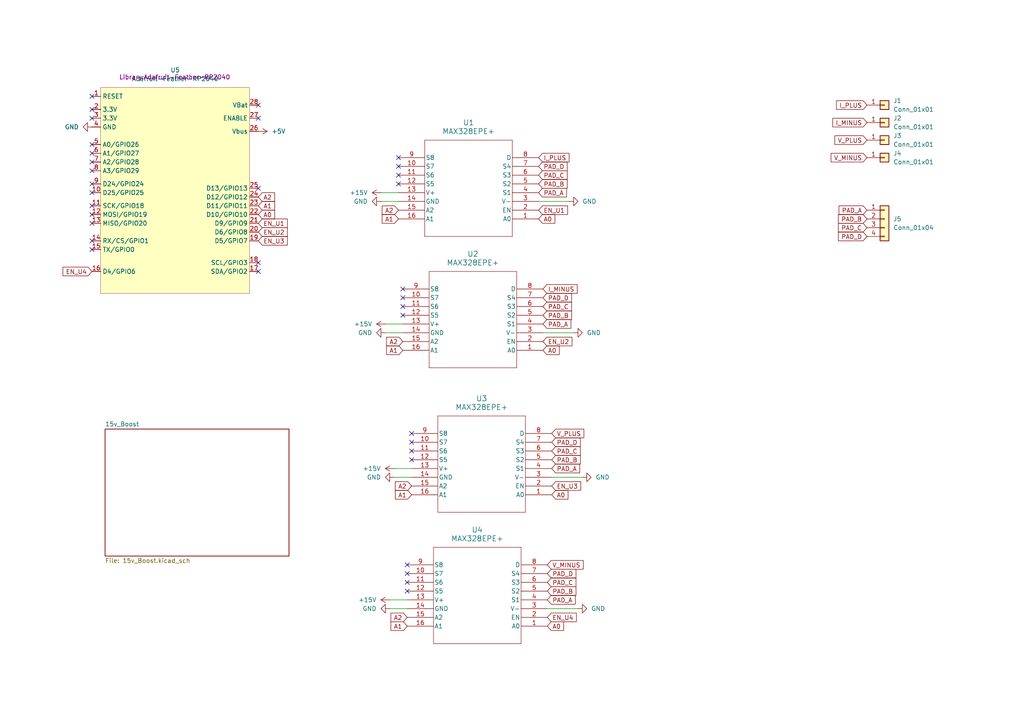
<source format=kicad_sch>
(kicad_sch (version 20250114) (generator "eeschema") (generator_version "9.0")
  (paper "A4")
  (lib_symbols
    (symbol "2025-11-18_23-52-10:MAX328EPE+" (pin_names (offset 0.254))
      (property "Reference" "U" (at 20.32 10.16 0))
      (property "Value" "MAX328EPE+" (at 20.32 7.62 0))
      (symbol "MAX328EPE+_0_1"
        (polyline (pts (xy 7.62 5.08) (xy 7.62 -22.86)) (stroke (width 0.127)))
        (polyline (pts (xy 7.62 -22.86) (xy 33.02 -22.86)) (stroke (width 0.127)))
        (polyline (pts (xy 33.02 5.08) (xy 7.62 5.08)) (stroke (width 0.127)))
        (polyline (pts (xy 33.02 -22.86) (xy 33.02 5.08)) (stroke (width 0.127)))
        (pin input line (at 0 0 0) (length 7.62) (name "A0") (number "1"))
        (pin unspecified line (at 0 -2.54 0) (length 7.62) (name "EN") (number "2"))
        (pin input line (at 0 -5.08 0) (length 7.62) (name "V-") (number "3"))
        (pin input line (at 0 -7.62 0) (length 7.62) (name "S1") (number "4"))
        (pin input line (at 0 -10.16 0) (length 7.62) (name "S2") (number "5"))
        (pin input line (at 0 -12.7 0) (length 7.62) (name "S3") (number "6"))
        (pin bidirectional line (at 0 -15.24 0) (length 7.62) (name "S4") (number "7"))
        (pin unspecified line (at 0 -17.78 0) (length 7.62) (name "D") (number "8"))
        (pin input line (at 40.64 0 180) (length 7.62) (name "A1") (number "16"))
        (pin input line (at 40.64 -2.54 180) (length 7.62) (name "A2") (number "15"))
        (pin power_out line (at 40.64 -5.08 180) (length 7.62) (name "GND") (number "14"))
        (pin input line (at 40.64 -7.62 180) (length 7.62) (name "V+") (number "13"))
        (pin input line (at 40.64 -10.16 180) (length 7.62) (name "S5") (number "12"))
        (pin input line (at 40.64 -12.7 180) (length 7.62) (name "S6") (number "11"))
        (pin input line (at 40.64 -15.24 180) (length 7.62) (name "S7") (number "10"))
        (pin input line (at 40.64 -17.78 180) (length 7.62) (name "S8") (number "9"))
      )
    )
    (symbol "Adafruit-Feather-RP2040:Adafruit-Feather-RP2040"
      (property "Reference" "U" (at -0.127 33.528 0))
      (property "Value" "Adafruit-Feather-RP2040" (at 0 31.75 0))
      (symbol "Adafruit-Feather-RP2040_0_1"
        (rectangle (start -21.59 30.48) (end 21.59 -29.21) (stroke (width 0.001)) (fill (type background)))
      )
      (symbol "Adafruit-Feather-RP2040_1_1"
        (pin input line (at -24.13 27.94 0) (length 2.54) (name "RESET") (number "1"))
        (pin power_out line (at -24.13 24.13 0) (length 2.54) (name "3.3V") (number "2"))
        (pin power_out line (at -24.13 21.59 0) (length 2.54) (name "3.3V") (number "3"))
        (pin power_out line (at -24.13 19.05 0) (length 2.54) (name "GND") (number "4"))
        (pin bidirectional line (at -24.13 13.97 0) (length 2.54) (name "A0/GPIO26") (number "5"))
        (pin bidirectional line (at -24.13 11.43 0) (length 2.54) (name "A1/GPIO27") (number "6"))
        (pin bidirectional line (at -24.13 8.89 0) (length 2.54) (name "A2/GPIO28") (number "7"))
        (pin bidirectional line (at -24.13 6.35 0) (length 2.54) (name "A3/GPIO29") (number "8"))
        (pin bidirectional line (at -24.13 2.54 0) (length 2.54) (name "D24/GPIO24") (number "9"))
        (pin bidirectional line (at -24.13 0 0) (length 2.54) (name "D25/GPIO25") (number "10"))
        (pin bidirectional line (at -24.13 -3.81 0) (length 2.54) (name "SCK/GPIO18") (number "11"))
        (pin bidirectional line (at -24.13 -6.35 0) (length 2.54) (name "MOSI/GPIO19") (number "12"))
        (pin bidirectional line (at -24.13 -8.89 0) (length 2.54) (name "MISO/GPIO20") (number "13"))
        (pin bidirectional line (at -24.13 -13.97 0) (length 2.54) (name "RX/CS/GPIO1") (number "14"))
        (pin bidirectional line (at -24.13 -16.51 0) (length 2.54) (name "TX/GPIO0") (number "15"))
        (pin bidirectional line (at -24.13 -22.86 0) (length 2.54) (name "D4/GPIO6") (number "16"))
        (pin input line (at 24.13 25.4 180) (length 2.54) (name "VBat") (number "28"))
        (pin input line (at 24.13 21.59 180) (length 2.54) (name "ENABLE") (number "27"))
        (pin power_out line (at 24.13 17.78 180) (length 2.54) (name "Vbus") (number "26"))
        (pin bidirectional line (at 24.13 1.27 180) (length 2.54) (name "D13/GPIO13") (number "25"))
        (pin bidirectional line (at 24.13 -1.27 180) (length 2.54) (name "D12/GPIO12") (number "24"))
        (pin bidirectional line (at 24.13 -3.81 180) (length 2.54) (name "D11/GPIO11") (number "23"))
        (pin bidirectional line (at 24.13 -6.35 180) (length 2.54) (name "D10/GPIO10") (number "22"))
        (pin bidirectional line (at 24.13 -8.89 180) (length 2.54) (name "D9/GPIO9") (number "21"))
        (pin bidirectional line (at 24.13 -11.43 180) (length 2.54) (name "D6/GPIO8") (number "20"))
        (pin bidirectional line (at 24.13 -13.97 180) (length 2.54) (name "D5/GPIO7") (number "19"))
        (pin bidirectional line (at 24.13 -20.32 180) (length 2.54) (name "SCL/GPIO3") (number "18"))
        (pin bidirectional line (at 24.13 -22.86 180) (length 2.54) (name "SDA/GPIO2") (number "17"))
      )
    )
    (symbol "Connector_Generic:Conn_01x01" (pin_names (offset 1.016) (hide yes))
      (property "Reference" "J" (at 0 2.54 0))
      (property "Value" "Conn_01x01" (at 0 -2.54 0))
      (symbol "Conn_01x01_1_1"
        (rectangle (start -1.27 1.27) (end 1.27 -1.27) (stroke (width 0.254)) (fill (type background)))
        (rectangle (start -1.27 0.127) (end 0 -0.127) (stroke (width 0.1524)))
        (pin passive line (at -5.08 0 0) (length 3.81) (name "Pin_1") (number "1"))
      )
    )
    (symbol "Connector_Generic:Conn_01x04" (pin_names (offset 1.016) (hide yes))
      (property "Reference" "J" (at 0 5.08 0))
      (property "Value" "Conn_01x04" (at 0 -7.62 0))
      (symbol "Conn_01x04_1_1"
        (rectangle (start -1.27 3.81) (end 1.27 -6.35) (stroke (width 0.254)) (fill (type background)))
        (rectangle (start -1.27 2.667) (end 0 2.413) (stroke (width 0.1524)))
        (rectangle (start -1.27 0.127) (end 0 -0.127) (stroke (width 0.1524)))
        (rectangle (start -1.27 -2.413) (end 0 -2.667) (stroke (width 0.1524)))
        (rectangle (start -1.27 -4.953) (end 0 -5.207) (stroke (width 0.1524)))
        (pin passive line (at -5.08 2.54 0) (length 3.81) (name "Pin_1") (number "1"))
        (pin passive line (at -5.08 0 0) (length 3.81) (name "Pin_2") (number "2"))
        (pin passive line (at -5.08 -2.54 0) (length 3.81) (name "Pin_3") (number "3"))
        (pin passive line (at -5.08 -5.08 0) (length 3.81) (name "Pin_4") (number "4"))
      )
    )
    (symbol "power:+15V" (power) (pin_numbers (hide yes)) (pin_names (offset 0) (hide yes))
      (property "Value" "+15V" (at 0 3.556 0))
      (symbol "+15V_0_1"
        (polyline (pts (xy -0.762 1.27) (xy 0 2.54)))
        (polyline (pts (xy 0 2.54) (xy 0.762 1.27)))
        (polyline (pts (xy 0 0) (xy 0 2.54)))
      )
      (symbol "+15V_1_1"
        (pin power_in line (at 0 0 90) (length 0) (name "~") (number "1"))
      )
    )
    (symbol "power:+5V" (power) (pin_numbers (hide yes)) (pin_names (offset 0) (hide yes))
      (property "Value" "+5V" (at 0 3.556 0))
      (symbol "+5V_0_1"
        (polyline (pts (xy -0.762 1.27) (xy 0 2.54)))
        (polyline (pts (xy 0 2.54) (xy 0.762 1.27)))
        (polyline (pts (xy 0 0) (xy 0 2.54)))
      )
      (symbol "+5V_1_1"
        (pin power_in line (at 0 0 90) (length 0) (name "~") (number "1"))
      )
    )
    (symbol "power:GND" (power) (pin_numbers (hide yes)) (pin_names (offset 0) (hide yes))
      (property "Value" "GND" (at 0 -3.81 0))
      (symbol "GND_0_1"
        (polyline (pts (xy 0 0) (xy 0 -1.27) (xy 1.27 -1.27) (xy 0 -2.54) (xy -1.27 -1.27) (xy 0 -1.27)))
      )
      (symbol "GND_1_1"
        (pin power_in line (at 0 0 270) (length 0) (name "~") (number "1"))
      )
    )
  )
  (no_connect (at 26.67 69.85))
  (no_connect (at 26.67 62.23))
  (no_connect (at 119.38 133.35))
  (no_connect (at 116.84 83.82))
  (no_connect (at 116.84 86.36))
  (no_connect (at 74.93 54.61))
  (no_connect (at 119.38 128.27))
  (no_connect (at 26.67 55.88))
  (no_connect (at 119.38 125.73))
  (no_connect (at 26.67 59.69))
  (no_connect (at 26.67 49.53))
  (no_connect (at 26.67 53.34))
  (no_connect (at 26.67 27.94))
  (no_connect (at 118.11 168.91))
  (no_connect (at 26.67 41.91))
  (no_connect (at 118.11 163.83))
  (no_connect (at 26.67 64.77))
  (no_connect (at 116.84 91.44))
  (no_connect (at 115.57 48.26))
  (no_connect (at 74.93 30.48))
  (no_connect (at 74.93 76.2))
  (no_connect (at 26.67 34.29))
  (no_connect (at 118.11 171.45))
  (no_connect (at 74.93 78.74))
  (no_connect (at 26.67 46.99))
  (no_connect (at 119.38 130.81))
  (no_connect (at 26.67 72.39))
  (no_connect (at 116.84 88.9))
  (no_connect (at 26.67 31.75))
  (no_connect (at 26.67 44.45))
  (no_connect (at 118.11 166.37))
  (no_connect (at 115.57 53.34))
  (no_connect (at 74.93 34.29))
  (no_connect (at 115.57 45.72))
  (no_connect (at 115.57 50.8))
  (wire (pts (xy 114.3 138.43) (xy 119.38 138.43)))
  (wire (pts (xy 157.48 96.52) (xy 166.37 96.52)))
  (wire (pts (xy 114.3 135.89) (xy 119.38 135.89)))
  (wire (pts (xy 156.21 58.42) (xy 165.1 58.42)))
  (wire (pts (xy 110.49 55.88) (xy 115.57 55.88)))
  (wire (pts (xy 160.02 138.43) (xy 168.91 138.43)))
  (wire (pts (xy 113.03 176.53) (xy 118.11 176.53)))
  (wire (pts (xy 110.49 58.42) (xy 115.57 58.42)))
  (wire (pts (xy 111.76 93.98) (xy 116.84 93.98)))
  (wire (pts (xy 113.03 173.99) (xy 118.11 173.99)))
  (wire (pts (xy 158.75 176.53) (xy 167.64 176.53)))
  (wire (pts (xy 111.76 96.52) (xy 116.84 96.52)))
  (global_label "PAD_C" (shape input) (at 251.46 66.04 180) (property "Intersheetrefs" "${INTERSHEET_REFS}" (effects (hide yes))))
  (global_label "A1" (shape input) (at 74.93 59.69 0) (property "Intersheetrefs" "${INTERSHEET_REFS}" (effects (hide yes))))
  (global_label "A1" (shape input) (at 115.57 63.5 180) (property "Intersheetrefs" "${INTERSHEET_REFS}" (effects (hide yes))))
  (global_label "EN_U4" (shape input) (at 158.75 179.07 0) (property "Intersheetrefs" "${INTERSHEET_REFS}" (effects (hide yes))))
  (global_label "PAD_D" (shape input) (at 158.75 166.37 0) (property "Intersheetrefs" "${INTERSHEET_REFS}" (effects (hide yes))))
  (global_label "I_MINUS" (shape input) (at 251.46 35.56 180) (property "Intersheetrefs" "${INTERSHEET_REFS}" (effects (hide yes))))
  (global_label "PAD_B" (shape input) (at 158.75 171.45 0) (property "Intersheetrefs" "${INTERSHEET_REFS}" (effects (hide yes))))
  (global_label "A0" (shape input) (at 74.93 62.23 0) (property "Intersheetrefs" "${INTERSHEET_REFS}" (effects (hide yes))))
  (global_label "PAD_B" (shape input) (at 251.46 63.5 180) (property "Intersheetrefs" "${INTERSHEET_REFS}" (effects (hide yes))))
  (global_label "PAD_C" (shape input) (at 157.48 88.9 0) (property "Intersheetrefs" "${INTERSHEET_REFS}" (effects (hide yes))))
  (global_label "EN_U1" (shape input) (at 156.21 60.96 0) (property "Intersheetrefs" "${INTERSHEET_REFS}" (effects (hide yes))))
  (global_label "PAD_D" (shape input) (at 156.21 48.26 0) (property "Intersheetrefs" "${INTERSHEET_REFS}" (effects (hide yes))))
  (global_label "A0" (shape input) (at 160.02 143.51 0) (property "Intersheetrefs" "${INTERSHEET_REFS}" (effects (hide yes))))
  (global_label "PAD_C" (shape input) (at 160.02 130.81 0) (property "Intersheetrefs" "${INTERSHEET_REFS}" (effects (hide yes))))
  (global_label "V_PLUS" (shape input) (at 251.46 40.64 180) (property "Intersheetrefs" "${INTERSHEET_REFS}" (effects (hide yes))))
  (global_label "A1" (shape input) (at 119.38 143.51 180) (property "Intersheetrefs" "${INTERSHEET_REFS}" (effects (hide yes))))
  (global_label "PAD_D" (shape input) (at 251.46 68.58 180) (property "Intersheetrefs" "${INTERSHEET_REFS}" (effects (hide yes))))
  (global_label "I_MINUS" (shape input) (at 157.48 83.82 0) (property "Intersheetrefs" "${INTERSHEET_REFS}" (effects (hide yes))))
  (global_label "PAD_A" (shape input) (at 157.48 93.98 0) (property "Intersheetrefs" "${INTERSHEET_REFS}" (effects (hide yes))))
  (global_label "PAD_D" (shape input) (at 157.48 86.36 0) (property "Intersheetrefs" "${INTERSHEET_REFS}" (effects (hide yes))))
  (global_label "PAD_A" (shape input) (at 160.02 135.89 0) (property "Intersheetrefs" "${INTERSHEET_REFS}" (effects (hide yes))))
  (global_label "EN_U4" (shape input) (at 26.67 78.74 180) (property "Intersheetrefs" "${INTERSHEET_REFS}" (effects (hide yes))))
  (global_label "A1" (shape input) (at 118.11 181.61 180) (property "Intersheetrefs" "${INTERSHEET_REFS}" (effects (hide yes))))
  (global_label "A2" (shape input) (at 115.57 60.96 180) (property "Intersheetrefs" "${INTERSHEET_REFS}" (effects (hide yes))))
  (global_label "PAD_D" (shape input) (at 160.02 128.27 0) (property "Intersheetrefs" "${INTERSHEET_REFS}" (effects (hide yes))))
  (global_label "PAD_A" (shape input) (at 158.75 173.99 0) (property "Intersheetrefs" "${INTERSHEET_REFS}" (effects (hide yes))))
  (global_label "A2" (shape input) (at 74.93 57.15 0) (property "Intersheetrefs" "${INTERSHEET_REFS}" (effects (hide yes))))
  (global_label "PAD_C" (shape input) (at 158.75 168.91 0) (property "Intersheetrefs" "${INTERSHEET_REFS}" (effects (hide yes))))
  (global_label "A0" (shape input) (at 158.75 181.61 0) (property "Intersheetrefs" "${INTERSHEET_REFS}" (effects (hide yes))))
  (global_label "A0" (shape input) (at 156.21 63.5 0) (property "Intersheetrefs" "${INTERSHEET_REFS}" (effects (hide yes))))
  (global_label "A0" (shape input) (at 157.48 101.6 0) (property "Intersheetrefs" "${INTERSHEET_REFS}" (effects (hide yes))))
  (global_label "V_MINUS" (shape input) (at 251.46 45.72 180) (property "Intersheetrefs" "${INTERSHEET_REFS}" (effects (hide yes))))
  (global_label "PAD_B" (shape input) (at 156.21 53.34 0) (property "Intersheetrefs" "${INTERSHEET_REFS}" (effects (hide yes))))
  (global_label "V_PLUS" (shape input) (at 160.02 125.73 0) (property "Intersheetrefs" "${INTERSHEET_REFS}" (effects (hide yes))))
  (global_label "V_MINUS" (shape input) (at 158.75 163.83 0) (property "Intersheetrefs" "${INTERSHEET_REFS}" (effects (hide yes))))
  (global_label "A2" (shape input) (at 119.38 140.97 180) (property "Intersheetrefs" "${INTERSHEET_REFS}" (effects (hide yes))))
  (global_label "EN_U3" (shape input) (at 74.93 69.85 0) (property "Intersheetrefs" "${INTERSHEET_REFS}" (effects (hide yes))))
  (global_label "PAD_B" (shape input) (at 157.48 91.44 0) (property "Intersheetrefs" "${INTERSHEET_REFS}" (effects (hide yes))))
  (global_label "I_PLUS" (shape input) (at 156.21 45.72 0) (property "Intersheetrefs" "${INTERSHEET_REFS}" (effects (hide yes))))
  (global_label "PAD_A" (shape input) (at 156.21 55.88 0) (property "Intersheetrefs" "${INTERSHEET_REFS}" (effects (hide yes))))
  (global_label "PAD_B" (shape input) (at 160.02 133.35 0) (property "Intersheetrefs" "${INTERSHEET_REFS}" (effects (hide yes))))
  (global_label "A2" (shape input) (at 116.84 99.06 180) (property "Intersheetrefs" "${INTERSHEET_REFS}" (effects (hide yes))))
  (global_label "EN_U2" (shape input) (at 74.93 67.31 0) (property "Intersheetrefs" "${INTERSHEET_REFS}" (effects (hide yes))))
  (global_label "PAD_A" (shape input) (at 251.46 60.96 180) (property "Intersheetrefs" "${INTERSHEET_REFS}" (effects (hide yes))))
  (global_label "I_PLUS" (shape input) (at 251.46 30.48 180) (property "Intersheetrefs" "${INTERSHEET_REFS}" (effects (hide yes))))
  (global_label "EN_U2" (shape input) (at 157.48 99.06 0) (property "Intersheetrefs" "${INTERSHEET_REFS}" (effects (hide yes))))
  (global_label "A1" (shape input) (at 116.84 101.6 180) (property "Intersheetrefs" "${INTERSHEET_REFS}" (effects (hide yes))))
  (global_label "A2" (shape input) (at 118.11 179.07 180) (property "Intersheetrefs" "${INTERSHEET_REFS}" (effects (hide yes))))
  (global_label "EN_U3" (shape input) (at 160.02 140.97 0) (property "Intersheetrefs" "${INTERSHEET_REFS}" (effects (hide yes))))
  (global_label "EN_U1" (shape input) (at 74.93 64.77 0) (property "Intersheetrefs" "${INTERSHEET_REFS}" (effects (hide yes))))
  (global_label "PAD_C" (shape input) (at 156.21 50.8 0) (property "Intersheetrefs" "${INTERSHEET_REFS}" (effects (hide yes))))
  (symbol (lib_id "power:GND") (at 165.1 58.42 90) (unit 1)
    (property "Reference" "#PWR010" (effects (hide yes)))
    (property "Value" "GND" (at 168.91 58.4201 90) (effects (justify right)))
    (property "Description" "Power symbol creates a global label with name \"GND\" , ground" (effects (hide yes)))
  )
  (symbol (lib_id "Connector_Generic:Conn_01x01") (at 256.54 30.48 0) (unit 1)
    (property "Reference" "J1" (at 259.08 29.2099 0) (effects (justify left)))
    (property "Value" "Conn_01x01" (at 259.08 31.7499 0) (effects (justify left)))
    (property "Footprint" "Connector:Banana_Cliff_FCR7350B_S16N-PC_Horizontal" (effects (hide yes)))
    (property "Description" "Generic connector, single row, 01x01, script generated (kicad-library-utils/schlib/autogen/connector/)" (effects (hide yes)))
  )
  (symbol (lib_id "power:+15V") (at 111.76 93.98 90) (unit 1)
    (property "Reference" "#PWR016" (effects (hide yes)))
    (property "Value" "+15V" (at 107.95 93.9799 90) (effects (justify left)))
    (property "Description" "Power symbol creates a global label with name \"+15V\"" (effects (hide yes)))
  )
  (symbol (lib_id "Connector_Generic:Conn_01x01") (at 256.54 45.72 0) (unit 1)
    (property "Reference" "J4" (at 259.08 44.4499 0) (effects (justify left)))
    (property "Value" "Conn_01x01" (at 259.08 46.9899 0) (effects (justify left)))
    (property "Footprint" "Connector:Banana_Cliff_FCR7350B_S16N-PC_Horizontal" (effects (hide yes)))
    (property "Description" "Generic connector, single row, 01x01, script generated (kicad-library-utils/schlib/autogen/connector/)" (effects (hide yes)))
  )
  (symbol (lib_id "2025-11-18_23-52-10:MAX328EPE+") (at 158.75 181.61 180) (unit 1)
    (property "Reference" "U4" (at 138.43 153.67 0) (effects (font (size 1.524 1.524))))
    (property "Value" "MAX328EPE+" (at 138.43 156.21 0) (effects (font (size 1.524 1.524))))
    (property "Footprint" "Package_DIP:DIP-16_W7.62mm_Socket_LongPads" (effects (hide yes)))
    (property "Datasheet" "MAX328EPE+" (effects (hide yes)))
    (property "URL" "https://www.digikey.com/en/products/detail/analog-devices-inc-maxim-integrated/MAX328EPE/1511852" (effects (hide yes)))
  )
  (symbol (lib_id "power:GND") (at 166.37 96.52 90) (unit 1)
    (property "Reference" "#PWR09" (effects (hide yes)))
    (property "Value" "GND" (at 170.18 96.5201 90) (effects (justify right)))
    (property "Description" "Power symbol creates a global label with name \"GND\" , ground" (effects (hide yes)))
  )
  (symbol (lib_id "power:+15V") (at 114.3 135.89 90) (unit 1)
    (property "Reference" "#PWR017" (effects (hide yes)))
    (property "Value" "+15V" (at 110.49 135.8899 90) (effects (justify left)))
    (property "Description" "Power symbol creates a global label with name \"+15V\"" (effects (hide yes)))
  )
  (symbol (lib_id "2025-11-18_23-52-10:MAX328EPE+") (at 156.21 63.5 180) (unit 1)
    (property "Reference" "U1" (at 135.89 35.56 0) (effects (font (size 1.524 1.524))))
    (property "Value" "MAX328EPE+" (at 135.89 38.1 0) (effects (font (size 1.524 1.524))))
    (property "Footprint" "Package_DIP:DIP-16_W7.62mm_Socket_LongPads" (effects (hide yes)))
    (property "Datasheet" "MAX328EPE+" (effects (hide yes)))
    (property "URL" "https://www.digikey.com/en/products/detail/analog-devices-inc-maxim-integrated/MAX328EPE/1511852" (effects (hide yes)))
  )
  (symbol (lib_id "Connector_Generic:Conn_01x01") (at 256.54 35.56 0) (unit 1)
    (property "Reference" "J2" (at 259.08 34.2899 0) (effects (justify left)))
    (property "Value" "Conn_01x01" (at 259.08 36.8299 0) (effects (justify left)))
    (property "Footprint" "Connector:Banana_Cliff_FCR7350B_S16N-PC_Horizontal" (effects (hide yes)))
    (property "Description" "Generic connector, single row, 01x01, script generated (kicad-library-utils/schlib/autogen/connector/)" (effects (hide yes)))
  )
  (symbol (lib_id "Connector_Generic:Conn_01x04") (at 256.54 63.5 0) (unit 1)
    (property "Reference" "J5" (at 259.08 63.4999 0) (effects (justify left)))
    (property "Value" "Conn_01x04" (at 259.08 66.0399 0) (effects (justify left)))
    (property "Footprint" "Connector_JST:JST_PH_B4B-PH-SM4-TB_1x04-1MP_P2.00mm_Vertical" (effects (hide yes)))
    (property "Description" "Generic connector, single row, 01x04, script generated (kicad-library-utils/schlib/autogen/connector/)" (effects (hide yes)))
  )
  (symbol (lib_id "2025-11-18_23-52-10:MAX328EPE+") (at 160.02 143.51 180) (unit 1)
    (property "Reference" "U3" (at 139.7 115.57 0) (effects (font (size 1.524 1.524))))
    (property "Value" "MAX328EPE+" (at 139.7 118.11 0) (effects (font (size 1.524 1.524))))
    (property "Footprint" "Package_DIP:DIP-16_W7.62mm_Socket_LongPads" (effects (hide yes)))
    (property "Datasheet" "MAX328EPE+" (effects (hide yes)))
    (property "URL" "https://www.digikey.com/en/products/detail/analog-devices-inc-maxim-integrated/MAX328EPE/1511852" (effects (hide yes)))
  )
  (symbol (lib_id "2025-11-18_23-52-10:MAX328EPE+") (at 157.48 101.6 180) (unit 1)
    (property "Reference" "U2" (at 137.16 73.66 0) (effects (font (size 1.524 1.524))))
    (property "Value" "MAX328EPE+" (at 137.16 76.2 0) (effects (font (size 1.524 1.524))))
    (property "Footprint" "Package_DIP:DIP-16_W7.62mm_Socket_LongPads" (effects (hide yes)))
    (property "Datasheet" "MAX328EPE+" (effects (hide yes)))
    (property "URL" "https://www.digikey.com/en/products/detail/analog-devices-inc-maxim-integrated/MAX328EPE/1511852" (effects (hide yes)))
  )
  (symbol (lib_id "power:GND") (at 113.03 176.53 270) (unit 1)
    (property "Reference" "#PWR06" (effects (hide yes)))
    (property "Value" "GND" (at 109.22 176.5299 90) (effects (justify right)))
    (property "Description" "Power symbol creates a global label with name \"GND\" , ground" (effects (hide yes)))
  )
  (symbol (lib_id "power:GND") (at 114.3 138.43 270) (unit 1)
    (property "Reference" "#PWR05" (effects (hide yes)))
    (property "Value" "GND" (at 110.49 138.4299 90) (effects (justify right)))
    (property "Description" "Power symbol creates a global label with name \"GND\" , ground" (effects (hide yes)))
  )
  (symbol (lib_id "power:+15V") (at 113.03 173.99 90) (unit 1)
    (property "Reference" "#PWR018" (effects (hide yes)))
    (property "Value" "+15V" (at 109.22 173.9899 90) (effects (justify left)))
    (property "Description" "Power symbol creates a global label with name \"+15V\"" (effects (hide yes)))
  )
  (symbol (lib_id "power:GND") (at 167.64 176.53 90) (unit 1)
    (property "Reference" "#PWR07" (effects (hide yes)))
    (property "Value" "GND" (at 171.45 176.5301 90) (effects (justify right)))
    (property "Description" "Power symbol creates a global label with name \"GND\" , ground" (effects (hide yes)))
  )
  (symbol (lib_id "power:+15V") (at 110.49 55.88 90) (unit 1)
    (property "Reference" "#PWR015" (effects (hide yes)))
    (property "Value" "+15V" (at 106.68 55.8799 90) (effects (justify left)))
    (property "Description" "Power symbol creates a global label with name \"+15V\"" (effects (hide yes)))
  )
  (symbol (lib_id "power:GND") (at 111.76 96.52 270) (unit 1)
    (property "Reference" "#PWR04" (effects (hide yes)))
    (property "Value" "GND" (at 107.95 96.5199 90) (effects (justify right)))
    (property "Description" "Power symbol creates a global label with name \"GND\" , ground" (effects (hide yes)))
  )
  (symbol (lib_id "Adafruit-Feather-RP2040:Adafruit-Feather-RP2040") (at 50.8 55.88 0) (unit 1)
    (property "Reference" "U5" (at 50.8 20.32 0))
    (property "Value" "Adafruit-Feather-RP2040" (at 50.8 22.86 0))
    (property "Footprint" "Library:Adafruit-Feather-RP2040" (at 50.673 22.352 0))
  )
  (symbol (lib_id "power:GND") (at 168.91 138.43 90) (unit 1)
    (property "Reference" "#PWR08" (effects (hide yes)))
    (property "Value" "GND" (at 172.72 138.4301 90) (effects (justify right)))
    (property "Description" "Power symbol creates a global label with name \"GND\" , ground" (effects (hide yes)))
  )
  (symbol (lib_id "power:GND") (at 26.67 36.83 270) (unit 1)
    (property "Reference" "#PWR02" (effects (hide yes)))
    (property "Value" "GND" (at 22.86 36.8299 90) (effects (justify right)))
    (property "Description" "Power symbol creates a global label with name \"GND\" , ground" (effects (hide yes)))
  )
  (symbol (lib_id "power:GND") (at 110.49 58.42 270) (unit 1)
    (property "Reference" "#PWR03" (effects (hide yes)))
    (property "Value" "GND" (at 106.68 58.4199 90) (effects (justify right)))
    (property "Description" "Power symbol creates a global label with name \"GND\" , ground" (effects (hide yes)))
  )
  (symbol (lib_id "power:+5V") (at 74.93 38.1 270) (unit 1)
    (property "Reference" "#PWR019" (effects (hide yes)))
    (property "Value" "+5V" (at 78.74 38.0999 90) (effects (justify left)))
    (property "Description" "Power symbol creates a global label with name \"+5V\"" (effects (hide yes)))
  )
  (symbol (lib_id "Connector_Generic:Conn_01x01") (at 256.54 40.64 0) (unit 1)
    (property "Reference" "J3" (at 259.08 39.3699 0) (effects (justify left)))
    (property "Value" "Conn_01x01" (at 259.08 41.9099 0) (effects (justify left)))
    (property "Footprint" "Connector:Banana_Cliff_FCR7350B_S16N-PC_Horizontal" (effects (hide yes)))
    (property "Description" "Generic connector, single row, 01x01, script generated (kicad-library-utils/schlib/autogen/connector/)" (effects (hide yes)))
  )
  (sheet (at 30.48 124.46) (size 53.34 36.83) (stroke (width 0.1524))
    (property "Sheetname" "15v_Boost" (at 30.48 123.7484 0) (effects (justify left bottom)))
    (property "Sheetfile" "15v_Boost.kicad_sch" (at 30.48 161.8746 0) (effects (justify left top)))
  )
)
</source>
